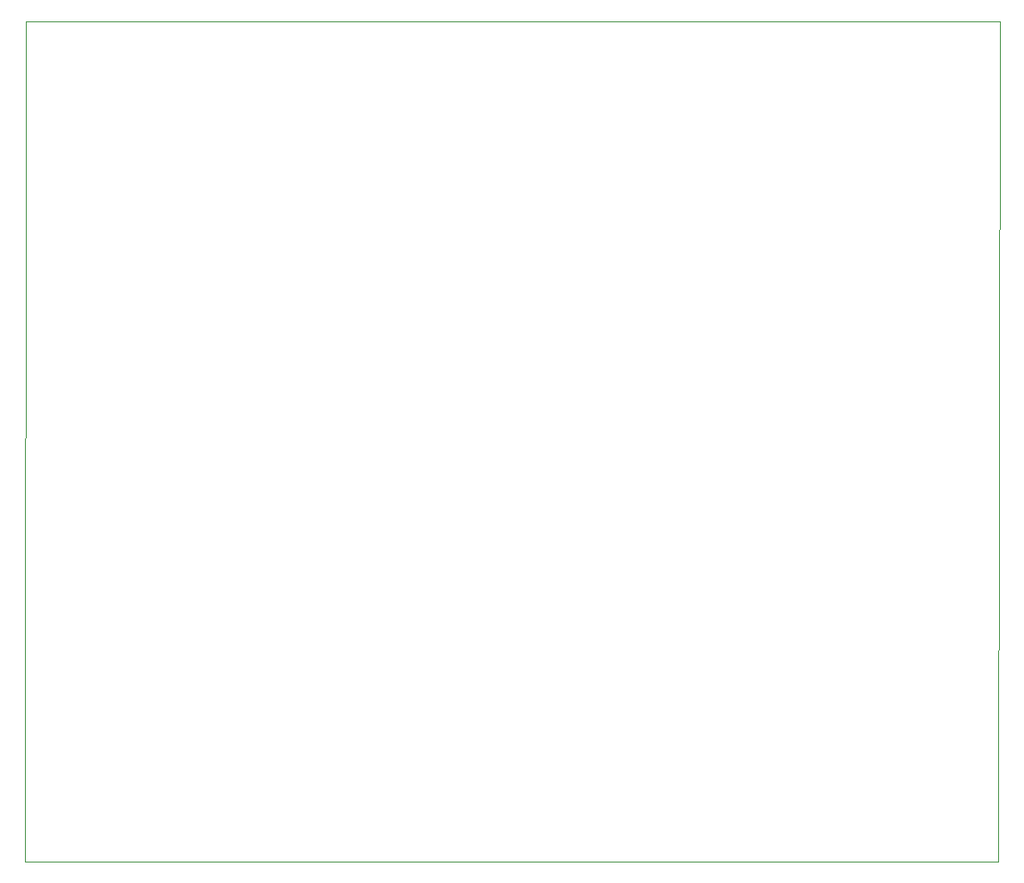
<source format=gm1>
G04 #@! TF.GenerationSoftware,KiCad,Pcbnew,9.0.1*
G04 #@! TF.CreationDate,2025-06-25T22:10:30+03:00*
G04 #@! TF.ProjectId,pcb_no_div,7063625f-6e6f-45f6-9469-762e6b696361,rev?*
G04 #@! TF.SameCoordinates,Original*
G04 #@! TF.FileFunction,Profile,NP*
%FSLAX46Y46*%
G04 Gerber Fmt 4.6, Leading zero omitted, Abs format (unit mm)*
G04 Created by KiCad (PCBNEW 9.0.1) date 2025-06-25 22:10:30*
%MOMM*%
%LPD*%
G01*
G04 APERTURE LIST*
G04 #@! TA.AperFunction,Profile*
%ADD10C,0.038100*%
G04 #@! TD*
G04 APERTURE END LIST*
D10*
X130300000Y-30050000D02*
X130100000Y-109900000D01*
X37750000Y-30050000D02*
X37650000Y-109900000D01*
X130100000Y-109900000D02*
X37650000Y-109900000D01*
X130300000Y-30050000D02*
X37750000Y-30050000D01*
M02*

</source>
